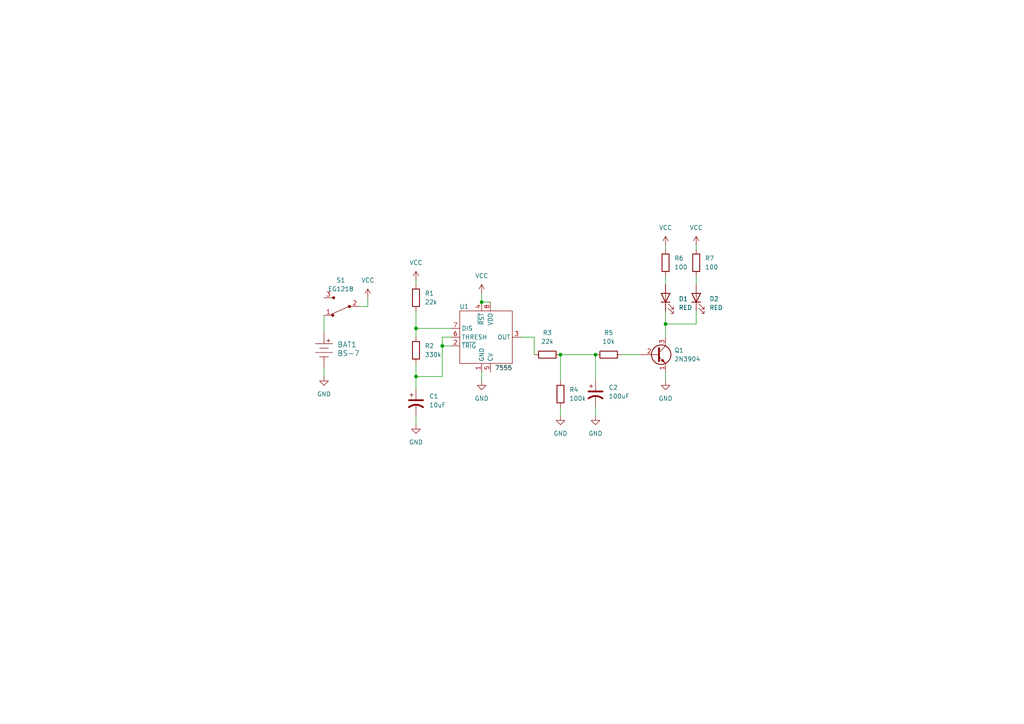
<source format=kicad_sch>
(kicad_sch (version 20230121) (generator eeschema)

  (uuid 69d6f9a4-69da-4dda-803e-cbbc47b77c59)

  (paper "A4")

  (title_block
    (title "555 Badge")
    (date "2023-12-07")
    (rev "v01")
    (comment 1 "creativecommons.org/licenses/by/4.0/")
    (comment 2 "License: CC by 4.0")
    (comment 3 "Author: Sreeram R")
  )

  (lib_symbols
    (symbol "7555IC:7555" (in_bom yes) (on_board yes)
      (property "Reference" "U" (at -6.35 8.89 0)
        (effects (font (size 1.27 1.27)))
      )
      (property "Value" "" (at 0 0 0)
        (effects (font (size 1.27 1.27)))
      )
      (property "Footprint" "" (at 0 0 0)
        (effects (font (size 1.27 1.27)) hide)
      )
      (property "Datasheet" "" (at 0 0 0)
        (effects (font (size 1.27 1.27)) hide)
      )
      (symbol "7555_0_1"
        (rectangle (start -7.62 7.62) (end 7.62 -7.62)
          (stroke (width 0) (type default))
          (fill (type none))
        )
      )
      (symbol "7555_1_1"
        (text "7555" (at 5.08 -8.89 0)
          (effects (font (size 1.27 1.27)))
        )
        (pin input line (at -1.27 -10.16 90) (length 2.54)
          (name "GND" (effects (font (size 1.27 1.27))))
          (number "1" (effects (font (size 1.27 1.27))))
        )
        (pin input line (at -10.16 -2.54 0) (length 2.54)
          (name "~{TRIG}" (effects (font (size 1.27 1.27))))
          (number "2" (effects (font (size 1.27 1.27))))
        )
        (pin input line (at 10.16 0 180) (length 2.54)
          (name "OUT" (effects (font (size 1.27 1.27))))
          (number "3" (effects (font (size 1.27 1.27))))
        )
        (pin input line (at -1.27 10.16 270) (length 2.54)
          (name "~{RST}" (effects (font (size 1.27 1.27))))
          (number "4" (effects (font (size 1.27 1.27))))
        )
        (pin input line (at 1.27 -10.16 90) (length 2.54)
          (name "CV" (effects (font (size 1.27 1.27))))
          (number "5" (effects (font (size 1.27 1.27))))
        )
        (pin input line (at -10.16 0 0) (length 2.54)
          (name "THRESH" (effects (font (size 1.27 1.27))))
          (number "6" (effects (font (size 1.27 1.27))))
        )
        (pin input line (at -10.16 2.54 0) (length 2.54)
          (name "DIS" (effects (font (size 1.27 1.27))))
          (number "7" (effects (font (size 1.27 1.27))))
        )
        (pin input line (at 1.27 10.16 270) (length 2.54)
          (name "VDD" (effects (font (size 1.27 1.27))))
          (number "8" (effects (font (size 1.27 1.27))))
        )
      )
    )
    (symbol "Device:C_Polarized_US" (pin_numbers hide) (pin_names (offset 0.254) hide) (in_bom yes) (on_board yes)
      (property "Reference" "C" (at 0.635 2.54 0)
        (effects (font (size 1.27 1.27)) (justify left))
      )
      (property "Value" "C_Polarized_US" (at 0.635 -2.54 0)
        (effects (font (size 1.27 1.27)) (justify left))
      )
      (property "Footprint" "" (at 0 0 0)
        (effects (font (size 1.27 1.27)) hide)
      )
      (property "Datasheet" "~" (at 0 0 0)
        (effects (font (size 1.27 1.27)) hide)
      )
      (property "ki_keywords" "cap capacitor" (at 0 0 0)
        (effects (font (size 1.27 1.27)) hide)
      )
      (property "ki_description" "Polarized capacitor, US symbol" (at 0 0 0)
        (effects (font (size 1.27 1.27)) hide)
      )
      (property "ki_fp_filters" "CP_*" (at 0 0 0)
        (effects (font (size 1.27 1.27)) hide)
      )
      (symbol "C_Polarized_US_0_1"
        (polyline
          (pts
            (xy -2.032 0.762)
            (xy 2.032 0.762)
          )
          (stroke (width 0.508) (type default))
          (fill (type none))
        )
        (polyline
          (pts
            (xy -1.778 2.286)
            (xy -0.762 2.286)
          )
          (stroke (width 0) (type default))
          (fill (type none))
        )
        (polyline
          (pts
            (xy -1.27 1.778)
            (xy -1.27 2.794)
          )
          (stroke (width 0) (type default))
          (fill (type none))
        )
        (arc (start 2.032 -1.27) (mid 0 -0.5572) (end -2.032 -1.27)
          (stroke (width 0.508) (type default))
          (fill (type none))
        )
      )
      (symbol "C_Polarized_US_1_1"
        (pin passive line (at 0 3.81 270) (length 2.794)
          (name "~" (effects (font (size 1.27 1.27))))
          (number "1" (effects (font (size 1.27 1.27))))
        )
        (pin passive line (at 0 -3.81 90) (length 3.302)
          (name "~" (effects (font (size 1.27 1.27))))
          (number "2" (effects (font (size 1.27 1.27))))
        )
      )
    )
    (symbol "Device:LED" (pin_numbers hide) (pin_names (offset 1.016) hide) (in_bom yes) (on_board yes)
      (property "Reference" "D" (at 0 2.54 0)
        (effects (font (size 1.27 1.27)))
      )
      (property "Value" "LED" (at 0 -2.54 0)
        (effects (font (size 1.27 1.27)))
      )
      (property "Footprint" "" (at 0 0 0)
        (effects (font (size 1.27 1.27)) hide)
      )
      (property "Datasheet" "~" (at 0 0 0)
        (effects (font (size 1.27 1.27)) hide)
      )
      (property "ki_keywords" "LED diode" (at 0 0 0)
        (effects (font (size 1.27 1.27)) hide)
      )
      (property "ki_description" "Light emitting diode" (at 0 0 0)
        (effects (font (size 1.27 1.27)) hide)
      )
      (property "ki_fp_filters" "LED* LED_SMD:* LED_THT:*" (at 0 0 0)
        (effects (font (size 1.27 1.27)) hide)
      )
      (symbol "LED_0_1"
        (polyline
          (pts
            (xy -1.27 -1.27)
            (xy -1.27 1.27)
          )
          (stroke (width 0.254) (type default))
          (fill (type none))
        )
        (polyline
          (pts
            (xy -1.27 0)
            (xy 1.27 0)
          )
          (stroke (width 0) (type default))
          (fill (type none))
        )
        (polyline
          (pts
            (xy 1.27 -1.27)
            (xy 1.27 1.27)
            (xy -1.27 0)
            (xy 1.27 -1.27)
          )
          (stroke (width 0.254) (type default))
          (fill (type none))
        )
        (polyline
          (pts
            (xy -3.048 -0.762)
            (xy -4.572 -2.286)
            (xy -3.81 -2.286)
            (xy -4.572 -2.286)
            (xy -4.572 -1.524)
          )
          (stroke (width 0) (type default))
          (fill (type none))
        )
        (polyline
          (pts
            (xy -1.778 -0.762)
            (xy -3.302 -2.286)
            (xy -2.54 -2.286)
            (xy -3.302 -2.286)
            (xy -3.302 -1.524)
          )
          (stroke (width 0) (type default))
          (fill (type none))
        )
      )
      (symbol "LED_1_1"
        (pin passive line (at -3.81 0 0) (length 2.54)
          (name "K" (effects (font (size 1.27 1.27))))
          (number "1" (effects (font (size 1.27 1.27))))
        )
        (pin passive line (at 3.81 0 180) (length 2.54)
          (name "A" (effects (font (size 1.27 1.27))))
          (number "2" (effects (font (size 1.27 1.27))))
        )
      )
    )
    (symbol "Device:R" (pin_numbers hide) (pin_names (offset 0)) (in_bom yes) (on_board yes)
      (property "Reference" "R" (at 2.032 0 90)
        (effects (font (size 1.27 1.27)))
      )
      (property "Value" "R" (at 0 0 90)
        (effects (font (size 1.27 1.27)))
      )
      (property "Footprint" "" (at -1.778 0 90)
        (effects (font (size 1.27 1.27)) hide)
      )
      (property "Datasheet" "~" (at 0 0 0)
        (effects (font (size 1.27 1.27)) hide)
      )
      (property "ki_keywords" "R res resistor" (at 0 0 0)
        (effects (font (size 1.27 1.27)) hide)
      )
      (property "ki_description" "Resistor" (at 0 0 0)
        (effects (font (size 1.27 1.27)) hide)
      )
      (property "ki_fp_filters" "R_*" (at 0 0 0)
        (effects (font (size 1.27 1.27)) hide)
      )
      (symbol "R_0_1"
        (rectangle (start -1.016 -2.54) (end 1.016 2.54)
          (stroke (width 0.254) (type default))
          (fill (type none))
        )
      )
      (symbol "R_1_1"
        (pin passive line (at 0 3.81 270) (length 1.27)
          (name "~" (effects (font (size 1.27 1.27))))
          (number "1" (effects (font (size 1.27 1.27))))
        )
        (pin passive line (at 0 -3.81 90) (length 1.27)
          (name "~" (effects (font (size 1.27 1.27))))
          (number "2" (effects (font (size 1.27 1.27))))
        )
      )
    )
    (symbol "Transistor_BJT:2N3904" (pin_names (offset 0) hide) (in_bom yes) (on_board yes)
      (property "Reference" "Q" (at 5.08 1.905 0)
        (effects (font (size 1.27 1.27)) (justify left))
      )
      (property "Value" "2N3904" (at 5.08 0 0)
        (effects (font (size 1.27 1.27)) (justify left))
      )
      (property "Footprint" "Package_TO_SOT_THT:TO-92_Inline" (at 5.08 -1.905 0)
        (effects (font (size 1.27 1.27) italic) (justify left) hide)
      )
      (property "Datasheet" "https://www.onsemi.com/pub/Collateral/2N3903-D.PDF" (at 0 0 0)
        (effects (font (size 1.27 1.27)) (justify left) hide)
      )
      (property "ki_keywords" "NPN Transistor" (at 0 0 0)
        (effects (font (size 1.27 1.27)) hide)
      )
      (property "ki_description" "0.2A Ic, 40V Vce, Small Signal NPN Transistor, TO-92" (at 0 0 0)
        (effects (font (size 1.27 1.27)) hide)
      )
      (property "ki_fp_filters" "TO?92*" (at 0 0 0)
        (effects (font (size 1.27 1.27)) hide)
      )
      (symbol "2N3904_0_1"
        (polyline
          (pts
            (xy 0.635 0.635)
            (xy 2.54 2.54)
          )
          (stroke (width 0) (type default))
          (fill (type none))
        )
        (polyline
          (pts
            (xy 0.635 -0.635)
            (xy 2.54 -2.54)
            (xy 2.54 -2.54)
          )
          (stroke (width 0) (type default))
          (fill (type none))
        )
        (polyline
          (pts
            (xy 0.635 1.905)
            (xy 0.635 -1.905)
            (xy 0.635 -1.905)
          )
          (stroke (width 0.508) (type default))
          (fill (type none))
        )
        (polyline
          (pts
            (xy 1.27 -1.778)
            (xy 1.778 -1.27)
            (xy 2.286 -2.286)
            (xy 1.27 -1.778)
            (xy 1.27 -1.778)
          )
          (stroke (width 0) (type default))
          (fill (type outline))
        )
        (circle (center 1.27 0) (radius 2.8194)
          (stroke (width 0.254) (type default))
          (fill (type none))
        )
      )
      (symbol "2N3904_1_1"
        (pin passive line (at 2.54 -5.08 90) (length 2.54)
          (name "E" (effects (font (size 1.27 1.27))))
          (number "1" (effects (font (size 1.27 1.27))))
        )
        (pin passive line (at -5.08 0 0) (length 5.715)
          (name "B" (effects (font (size 1.27 1.27))))
          (number "2" (effects (font (size 1.27 1.27))))
        )
        (pin passive line (at 2.54 5.08 270) (length 2.54)
          (name "C" (effects (font (size 1.27 1.27))))
          (number "3" (effects (font (size 1.27 1.27))))
        )
      )
    )
    (symbol "dk_Battery-Holders-Clips-Contacts:BS-7" (pin_numbers hide) (pin_names (offset 1.016)) (in_bom yes) (on_board yes)
      (property "Reference" "BAT" (at -1.27 3.81 0)
        (effects (font (size 1.524 1.524)) (justify right))
      )
      (property "Value" "BS-7" (at -1.27 -3.81 0)
        (effects (font (size 1.524 1.524)) (justify right))
      )
      (property "Footprint" "digikey-footprints:Battery_Holder_Coin_2032_BS-7" (at 5.08 5.08 0)
        (effects (font (size 1.524 1.524)) (justify left) hide)
      )
      (property "Datasheet" "http://www.memoryprotectiondevices.com/datasheets/BS-7-datasheet.pdf" (at 5.08 7.62 90)
        (effects (font (size 1.524 1.524)) (justify left) hide)
      )
      (property "Digi-Key_PN" "BS-7-ND" (at 5.08 10.16 0)
        (effects (font (size 1.524 1.524)) (justify left) hide)
      )
      (property "MPN" "BS-7" (at 5.08 12.7 0)
        (effects (font (size 1.524 1.524)) (justify left) hide)
      )
      (property "Category" "Battery Products" (at 5.08 15.24 0)
        (effects (font (size 1.524 1.524)) (justify left) hide)
      )
      (property "Family" "Battery Holders, Clips, Contacts" (at 5.08 17.78 0)
        (effects (font (size 1.524 1.524)) (justify left) hide)
      )
      (property "DK_Datasheet_Link" "http://www.memoryprotectiondevices.com/datasheets/BS-7-datasheet.pdf" (at 5.08 20.32 0)
        (effects (font (size 1.524 1.524)) (justify left) hide)
      )
      (property "DK_Detail_Page" "/product-detail/en/mpd-memory-protection-devices/BS-7/BS-7-ND/389447" (at 5.08 22.86 0)
        (effects (font (size 1.524 1.524)) (justify left) hide)
      )
      (property "Description" "BATTERY HOLDER COIN 20MM PC PIN" (at 5.08 25.4 0)
        (effects (font (size 1.524 1.524)) (justify left) hide)
      )
      (property "Manufacturer" "MPD (Memory Protection Devices)" (at 5.08 27.94 0)
        (effects (font (size 1.524 1.524)) (justify left) hide)
      )
      (property "Status" "Active" (at 5.08 30.48 0)
        (effects (font (size 1.524 1.524)) (justify left) hide)
      )
      (property "ki_keywords" "BS-7-ND" (at 0 0 0)
        (effects (font (size 1.27 1.27)) hide)
      )
      (property "ki_description" "BATTERY HOLDER COIN 20MM PC PIN" (at 0 0 0)
        (effects (font (size 1.27 1.27)) hide)
      )
      (symbol "BS-7_1_1"
        (polyline
          (pts
            (xy 0 -2.54)
            (xy 0 -1.905)
          )
          (stroke (width 0) (type solid))
          (fill (type none))
        )
        (polyline
          (pts
            (xy 0 1.905)
            (xy 0 2.54)
          )
          (stroke (width 0) (type solid))
          (fill (type none))
        )
        (polyline
          (pts
            (xy 1.27 -1.905)
            (xy -1.27 -1.905)
          )
          (stroke (width 0) (type solid))
          (fill (type none))
        )
        (polyline
          (pts
            (xy 1.27 0.635)
            (xy -1.27 0.635)
          )
          (stroke (width 0) (type solid))
          (fill (type none))
        )
        (polyline
          (pts
            (xy 1.27 2.286)
            (xy 1.27 3.302)
          )
          (stroke (width 0) (type solid))
          (fill (type none))
        )
        (polyline
          (pts
            (xy 1.778 2.794)
            (xy 0.762 2.794)
          )
          (stroke (width 0) (type solid))
          (fill (type none))
        )
        (polyline
          (pts
            (xy 2.54 -0.635)
            (xy -2.54 -0.635)
          )
          (stroke (width 0) (type solid))
          (fill (type none))
        )
        (polyline
          (pts
            (xy 2.54 1.905)
            (xy -2.54 1.905)
          )
          (stroke (width 0) (type solid))
          (fill (type none))
        )
        (pin power_out line (at 0 -5.08 90) (length 2.54)
          (name "~" (effects (font (size 1.27 1.27))))
          (number "Neg" (effects (font (size 1.27 1.27))))
        )
        (pin power_out line (at 0 5.08 270) (length 2.54)
          (name "~" (effects (font (size 1.27 1.27))))
          (number "Pos" (effects (font (size 1.27 1.27))))
        )
      )
    )
    (symbol "dk_Slide-Switches:EG1218" (pin_names (offset 0)) (in_bom yes) (on_board yes)
      (property "Reference" "S" (at -3.81 2.286 0)
        (effects (font (size 1.27 1.27)))
      )
      (property "Value" "EG1218" (at 0 -5.334 0)
        (effects (font (size 1.27 1.27)))
      )
      (property "Footprint" "digikey-footprints:Switch_Slide_11.6x4mm_EG1218" (at 5.08 5.08 0)
        (effects (font (size 1.27 1.27)) (justify left) hide)
      )
      (property "Datasheet" "http://spec_sheets.e-switch.com/specs/P040040.pdf" (at 5.08 7.62 0)
        (effects (font (size 1.524 1.524)) (justify left) hide)
      )
      (property "Digi-Key_PN" "EG1903-ND" (at 5.08 10.16 0)
        (effects (font (size 1.524 1.524)) (justify left) hide)
      )
      (property "MPN" "EG1218" (at 5.08 12.7 0)
        (effects (font (size 1.524 1.524)) (justify left) hide)
      )
      (property "Category" "Switches" (at 5.08 15.24 0)
        (effects (font (size 1.524 1.524)) (justify left) hide)
      )
      (property "Family" "Slide Switches" (at 5.08 17.78 0)
        (effects (font (size 1.524 1.524)) (justify left) hide)
      )
      (property "DK_Datasheet_Link" "http://spec_sheets.e-switch.com/specs/P040040.pdf" (at 5.08 20.32 0)
        (effects (font (size 1.524 1.524)) (justify left) hide)
      )
      (property "DK_Detail_Page" "/product-detail/en/e-switch/EG1218/EG1903-ND/101726" (at 5.08 22.86 0)
        (effects (font (size 1.524 1.524)) (justify left) hide)
      )
      (property "Description" "SWITCH SLIDE SPDT 200MA 30V" (at 5.08 25.4 0)
        (effects (font (size 1.524 1.524)) (justify left) hide)
      )
      (property "Manufacturer" "E-Switch" (at 5.08 27.94 0)
        (effects (font (size 1.524 1.524)) (justify left) hide)
      )
      (property "Status" "Active" (at 5.08 30.48 0)
        (effects (font (size 1.524 1.524)) (justify left) hide)
      )
      (property "ki_keywords" "EG1903-ND EG" (at 0 0 0)
        (effects (font (size 1.27 1.27)) hide)
      )
      (property "ki_description" "SWITCH SLIDE SPDT 200MA 30V" (at 0 0 0)
        (effects (font (size 1.27 1.27)) hide)
      )
      (symbol "EG1218_0_1"
        (circle (center -2.286 0) (radius 0.3556)
          (stroke (width 0) (type solid))
          (fill (type outline))
        )
        (polyline
          (pts
            (xy -2.032 0)
            (xy 3.048 2.286)
          )
          (stroke (width 0) (type solid))
          (fill (type none))
        )
        (circle (center 2.286 -2.54) (radius 0.3556)
          (stroke (width 0) (type solid))
          (fill (type outline))
        )
        (circle (center 2.54 2.54) (radius 0.3556)
          (stroke (width 0) (type solid))
          (fill (type outline))
        )
      )
      (symbol "EG1218_1_1"
        (pin passive line (at 5.08 2.54 180) (length 2.54)
          (name "~" (effects (font (size 1.27 1.27))))
          (number "1" (effects (font (size 1.27 1.27))))
        )
        (pin passive line (at -5.08 0 0) (length 2.54)
          (name "~" (effects (font (size 1.27 1.27))))
          (number "2" (effects (font (size 1.27 1.27))))
        )
        (pin passive line (at 5.08 -2.54 180) (length 2.54)
          (name "~" (effects (font (size 1.27 1.27))))
          (number "3" (effects (font (size 1.27 1.27))))
        )
      )
    )
    (symbol "power:GND" (power) (pin_names (offset 0)) (in_bom yes) (on_board yes)
      (property "Reference" "#PWR" (at 0 -6.35 0)
        (effects (font (size 1.27 1.27)) hide)
      )
      (property "Value" "GND" (at 0 -3.81 0)
        (effects (font (size 1.27 1.27)))
      )
      (property "Footprint" "" (at 0 0 0)
        (effects (font (size 1.27 1.27)) hide)
      )
      (property "Datasheet" "" (at 0 0 0)
        (effects (font (size 1.27 1.27)) hide)
      )
      (property "ki_keywords" "global power" (at 0 0 0)
        (effects (font (size 1.27 1.27)) hide)
      )
      (property "ki_description" "Power symbol creates a global label with name \"GND\" , ground" (at 0 0 0)
        (effects (font (size 1.27 1.27)) hide)
      )
      (symbol "GND_0_1"
        (polyline
          (pts
            (xy 0 0)
            (xy 0 -1.27)
            (xy 1.27 -1.27)
            (xy 0 -2.54)
            (xy -1.27 -1.27)
            (xy 0 -1.27)
          )
          (stroke (width 0) (type default))
          (fill (type none))
        )
      )
      (symbol "GND_1_1"
        (pin power_in line (at 0 0 270) (length 0) hide
          (name "GND" (effects (font (size 1.27 1.27))))
          (number "1" (effects (font (size 1.27 1.27))))
        )
      )
    )
    (symbol "power:VCC" (power) (pin_names (offset 0)) (in_bom yes) (on_board yes)
      (property "Reference" "#PWR" (at 0 -3.81 0)
        (effects (font (size 1.27 1.27)) hide)
      )
      (property "Value" "VCC" (at 0 3.81 0)
        (effects (font (size 1.27 1.27)))
      )
      (property "Footprint" "" (at 0 0 0)
        (effects (font (size 1.27 1.27)) hide)
      )
      (property "Datasheet" "" (at 0 0 0)
        (effects (font (size 1.27 1.27)) hide)
      )
      (property "ki_keywords" "global power" (at 0 0 0)
        (effects (font (size 1.27 1.27)) hide)
      )
      (property "ki_description" "Power symbol creates a global label with name \"VCC\"" (at 0 0 0)
        (effects (font (size 1.27 1.27)) hide)
      )
      (symbol "VCC_0_1"
        (polyline
          (pts
            (xy -0.762 1.27)
            (xy 0 2.54)
          )
          (stroke (width 0) (type default))
          (fill (type none))
        )
        (polyline
          (pts
            (xy 0 0)
            (xy 0 2.54)
          )
          (stroke (width 0) (type default))
          (fill (type none))
        )
        (polyline
          (pts
            (xy 0 2.54)
            (xy 0.762 1.27)
          )
          (stroke (width 0) (type default))
          (fill (type none))
        )
      )
      (symbol "VCC_1_1"
        (pin power_in line (at 0 0 90) (length 0) hide
          (name "VCC" (effects (font (size 1.27 1.27))))
          (number "1" (effects (font (size 1.27 1.27))))
        )
      )
    )
  )

  (junction (at 139.7 87.63) (diameter 0) (color 0 0 0 0)
    (uuid 0d49a6f5-6f8e-4887-963a-bfb2289e388b)
  )
  (junction (at 172.72 102.87) (diameter 0) (color 0 0 0 0)
    (uuid 263a0719-77af-4b3b-a632-dd4eaa333263)
  )
  (junction (at 193.04 93.98) (diameter 0) (color 0 0 0 0)
    (uuid 306dba5e-9aee-41f0-b7e7-6b4688d0c654)
  )
  (junction (at 162.56 102.87) (diameter 0) (color 0 0 0 0)
    (uuid 5bd2ec99-d885-4e77-8757-0991b0730e03)
  )
  (junction (at 120.65 109.22) (diameter 0) (color 0 0 0 0)
    (uuid 72ee5e98-8a3b-4720-9863-a0d6fb86b1b2)
  )
  (junction (at 128.27 100.33) (diameter 0) (color 0 0 0 0)
    (uuid 75e11a1a-913e-404f-a086-2ff3ef5b4c15)
  )
  (junction (at 120.65 95.25) (diameter 0) (color 0 0 0 0)
    (uuid ab8aed78-7f10-4135-928d-61b3afecc6c8)
  )

  (wire (pts (xy 162.56 102.87) (xy 172.72 102.87))
    (stroke (width 0) (type default))
    (uuid 01fb0bf2-3486-4f07-a483-3c324c3ff59a)
  )
  (wire (pts (xy 120.65 90.17) (xy 120.65 95.25))
    (stroke (width 0) (type default))
    (uuid 0e382e87-1a4b-4e44-b734-e0f0b23a8473)
  )
  (wire (pts (xy 128.27 109.22) (xy 120.65 109.22))
    (stroke (width 0) (type default))
    (uuid 0ee2eabb-3c86-4f4f-b8cf-ef4688fb3a48)
  )
  (wire (pts (xy 193.04 71.12) (xy 193.04 72.39))
    (stroke (width 0) (type default))
    (uuid 19474274-050a-4f4f-9db6-a0e05ed20d12)
  )
  (wire (pts (xy 120.65 120.65) (xy 120.65 123.19))
    (stroke (width 0) (type default))
    (uuid 279245d7-f57e-4524-8864-1c400137cedc)
  )
  (wire (pts (xy 106.68 86.36) (xy 106.68 88.9))
    (stroke (width 0) (type default))
    (uuid 2828c0a6-162d-4adb-95f5-8abd3c5594ed)
  )
  (wire (pts (xy 201.93 80.01) (xy 201.93 82.55))
    (stroke (width 0) (type default))
    (uuid 33f97be9-7783-4085-8ee2-10a6590851e7)
  )
  (wire (pts (xy 93.98 106.68) (xy 93.98 109.22))
    (stroke (width 0) (type default))
    (uuid 368b4bed-5d57-483a-b7db-06a99f827b83)
  )
  (wire (pts (xy 154.94 97.79) (xy 154.94 102.87))
    (stroke (width 0) (type default))
    (uuid 3b4f6f2c-76be-4b9b-ab32-6040e2a63360)
  )
  (wire (pts (xy 201.93 93.98) (xy 193.04 93.98))
    (stroke (width 0) (type default))
    (uuid 4b190111-736d-474d-b506-1775d38496df)
  )
  (wire (pts (xy 193.04 80.01) (xy 193.04 82.55))
    (stroke (width 0) (type default))
    (uuid 4db8b4ae-5c42-42fc-b31c-873c6bb3ecf8)
  )
  (wire (pts (xy 151.13 97.79) (xy 154.94 97.79))
    (stroke (width 0) (type default))
    (uuid 5586460d-08d6-42ca-b0cf-66d3a26e1985)
  )
  (wire (pts (xy 139.7 107.95) (xy 139.7 110.49))
    (stroke (width 0) (type default))
    (uuid 56dfe257-46cb-4e9c-906d-395565df11da)
  )
  (wire (pts (xy 201.93 71.12) (xy 201.93 72.39))
    (stroke (width 0) (type default))
    (uuid 63b4119f-5c4f-4940-8c90-128ec23c407d)
  )
  (wire (pts (xy 120.65 81.28) (xy 120.65 82.55))
    (stroke (width 0) (type default))
    (uuid 63fd39a0-33c8-499d-a21a-4c0eadff514a)
  )
  (wire (pts (xy 180.34 102.87) (xy 185.42 102.87))
    (stroke (width 0) (type default))
    (uuid 74b91f8d-a849-4e5d-bb43-e7303645ff8b)
  )
  (wire (pts (xy 104.14 88.9) (xy 106.68 88.9))
    (stroke (width 0) (type default))
    (uuid 7a7cd4b5-d9cb-4011-9e2b-492744280993)
  )
  (wire (pts (xy 128.27 100.33) (xy 128.27 109.22))
    (stroke (width 0) (type default))
    (uuid 7c8c9578-ecd5-479c-a3a0-8c42e29635d0)
  )
  (wire (pts (xy 93.98 91.44) (xy 93.98 96.52))
    (stroke (width 0) (type default))
    (uuid 7d8db998-7334-42a0-8e1b-d4b04300d669)
  )
  (wire (pts (xy 128.27 100.33) (xy 130.81 100.33))
    (stroke (width 0) (type default))
    (uuid 80896ddd-83e2-4e74-9523-2cd4bcc10f7d)
  )
  (wire (pts (xy 193.04 107.95) (xy 193.04 110.49))
    (stroke (width 0) (type default))
    (uuid 80e98184-300d-42c9-9abd-c1f3ff44f262)
  )
  (wire (pts (xy 120.65 95.25) (xy 120.65 97.79))
    (stroke (width 0) (type default))
    (uuid 857900ae-88ce-4cd9-b5a7-00581a04803d)
  )
  (wire (pts (xy 139.7 85.09) (xy 139.7 87.63))
    (stroke (width 0) (type default))
    (uuid 9dc15656-4971-4c46-a081-f1500ee108bd)
  )
  (wire (pts (xy 193.04 90.17) (xy 193.04 93.98))
    (stroke (width 0) (type default))
    (uuid ab07785e-11ee-4eef-8d08-3ebefd19c47e)
  )
  (wire (pts (xy 128.27 97.79) (xy 128.27 100.33))
    (stroke (width 0) (type default))
    (uuid ae946556-f838-4d12-98a0-8868bd1e7696)
  )
  (wire (pts (xy 139.7 87.63) (xy 142.24 87.63))
    (stroke (width 0) (type default))
    (uuid af117159-8f72-4454-9bed-89e1979134ba)
  )
  (wire (pts (xy 128.27 97.79) (xy 130.81 97.79))
    (stroke (width 0) (type default))
    (uuid b30de11e-665a-426e-83fb-e6f2afcf02b5)
  )
  (wire (pts (xy 120.65 109.22) (xy 120.65 113.03))
    (stroke (width 0) (type default))
    (uuid c238446d-bbce-4151-9d03-a31452d55121)
  )
  (wire (pts (xy 162.56 118.11) (xy 162.56 120.65))
    (stroke (width 0) (type default))
    (uuid d114cdbe-94e8-4171-b935-3bce07180c8c)
  )
  (wire (pts (xy 120.65 105.41) (xy 120.65 109.22))
    (stroke (width 0) (type default))
    (uuid df2b39c5-9143-482d-8d02-71aa835e4ea4)
  )
  (wire (pts (xy 172.72 102.87) (xy 172.72 110.49))
    (stroke (width 0) (type default))
    (uuid e31db307-68d3-4ee8-95c1-a8d6ee04f80c)
  )
  (wire (pts (xy 201.93 90.17) (xy 201.93 93.98))
    (stroke (width 0) (type default))
    (uuid e556c4cc-46ee-42be-979e-4baf9875a841)
  )
  (wire (pts (xy 162.56 102.87) (xy 162.56 110.49))
    (stroke (width 0) (type default))
    (uuid e904a5b5-9abb-42d1-98ef-571376e2d2f5)
  )
  (wire (pts (xy 193.04 93.98) (xy 193.04 97.79))
    (stroke (width 0) (type default))
    (uuid f8ded977-5752-4341-bd72-8f838c58e8f1)
  )
  (wire (pts (xy 172.72 118.11) (xy 172.72 120.65))
    (stroke (width 0) (type default))
    (uuid ff133095-ba73-41a2-8019-ffb3d0831466)
  )
  (wire (pts (xy 120.65 95.25) (xy 130.81 95.25))
    (stroke (width 0) (type default))
    (uuid ff1736e5-5787-4872-bc15-bf87744bb025)
  )

  (symbol (lib_id "Device:C_Polarized_US") (at 172.72 114.3 0) (unit 1)
    (in_bom yes) (on_board yes) (dnp no) (fields_autoplaced)
    (uuid 04237d90-c3c0-4ca8-9d9e-e2856f9bc4f9)
    (property "Reference" "C2" (at 176.53 112.395 0)
      (effects (font (size 1.27 1.27)) (justify left))
    )
    (property "Value" "100uF" (at 176.53 114.935 0)
      (effects (font (size 1.27 1.27)) (justify left))
    )
    (property "Footprint" "Capacitor_THT:CP_Radial_D6.3mm_P2.50mm" (at 172.72 114.3 0)
      (effects (font (size 1.27 1.27)) hide)
    )
    (property "Datasheet" "~" (at 172.72 114.3 0)
      (effects (font (size 1.27 1.27)) hide)
    )
    (pin "2" (uuid 81bd247e-6b71-42a1-ab90-efe9d1cad96d))
    (pin "1" (uuid 1ee4b497-9343-43fd-bcb5-4317613a3b19))
    (instances
      (project "555Badge"
        (path "/69d6f9a4-69da-4dda-803e-cbbc47b77c59"
          (reference "C2") (unit 1)
        )
      )
    )
  )

  (symbol (lib_id "dk_Slide-Switches:EG1218") (at 99.06 88.9 180) (unit 1)
    (in_bom yes) (on_board yes) (dnp no) (fields_autoplaced)
    (uuid 05aed328-e592-449f-a693-45ffc6e7298a)
    (property "Reference" "S1" (at 98.8568 81.28 0)
      (effects (font (size 1.27 1.27)))
    )
    (property "Value" "EG1218" (at 98.8568 83.82 0)
      (effects (font (size 1.27 1.27)))
    )
    (property "Footprint" "digikey-footprints:Switch_Slide_11.6x4mm_EG1218" (at 93.98 93.98 0)
      (effects (font (size 1.27 1.27)) (justify left) hide)
    )
    (property "Datasheet" "http://spec_sheets.e-switch.com/specs/P040040.pdf" (at 93.98 96.52 0)
      (effects (font (size 1.524 1.524)) (justify left) hide)
    )
    (property "Digi-Key_PN" "EG1903-ND" (at 93.98 99.06 0)
      (effects (font (size 1.524 1.524)) (justify left) hide)
    )
    (property "MPN" "EG1218" (at 93.98 101.6 0)
      (effects (font (size 1.524 1.524)) (justify left) hide)
    )
    (property "Category" "Switches" (at 93.98 104.14 0)
      (effects (font (size 1.524 1.524)) (justify left) hide)
    )
    (property "Family" "Slide Switches" (at 93.98 106.68 0)
      (effects (font (size 1.524 1.524)) (justify left) hide)
    )
    (property "DK_Datasheet_Link" "http://spec_sheets.e-switch.com/specs/P040040.pdf" (at 93.98 109.22 0)
      (effects (font (size 1.524 1.524)) (justify left) hide)
    )
    (property "DK_Detail_Page" "/product-detail/en/e-switch/EG1218/EG1903-ND/101726" (at 93.98 111.76 0)
      (effects (font (size 1.524 1.524)) (justify left) hide)
    )
    (property "Description" "SWITCH SLIDE SPDT 200MA 30V" (at 93.98 114.3 0)
      (effects (font (size 1.524 1.524)) (justify left) hide)
    )
    (property "Manufacturer" "E-Switch" (at 93.98 116.84 0)
      (effects (font (size 1.524 1.524)) (justify left) hide)
    )
    (property "Status" "Active" (at 93.98 119.38 0)
      (effects (font (size 1.524 1.524)) (justify left) hide)
    )
    (pin "1" (uuid fa98f82c-1328-457f-a80e-549130cb2e99))
    (pin "3" (uuid de38ca8b-d520-4f8b-be14-965aeeda344d))
    (pin "2" (uuid b4261513-f5f0-4037-a6af-d99df147a6cf))
    (instances
      (project "555Badge"
        (path "/69d6f9a4-69da-4dda-803e-cbbc47b77c59"
          (reference "S1") (unit 1)
        )
      )
    )
  )

  (symbol (lib_id "Device:R") (at 193.04 76.2 0) (unit 1)
    (in_bom yes) (on_board yes) (dnp no) (fields_autoplaced)
    (uuid 1165c7e4-4ac7-43de-b6b2-84274f291873)
    (property "Reference" "R6" (at 195.58 74.93 0)
      (effects (font (size 1.27 1.27)) (justify left))
    )
    (property "Value" "100" (at 195.58 77.47 0)
      (effects (font (size 1.27 1.27)) (justify left))
    )
    (property "Footprint" "Resistor_THT:R_Axial_DIN0207_L6.3mm_D2.5mm_P7.62mm_Horizontal" (at 191.262 76.2 90)
      (effects (font (size 1.27 1.27)) hide)
    )
    (property "Datasheet" "~" (at 193.04 76.2 0)
      (effects (font (size 1.27 1.27)) hide)
    )
    (pin "1" (uuid f5e771a9-b859-4f50-90ac-b3f54b6da991))
    (pin "2" (uuid e5980c87-ff9c-4840-bfed-b2bf3427d662))
    (instances
      (project "555Badge"
        (path "/69d6f9a4-69da-4dda-803e-cbbc47b77c59"
          (reference "R6") (unit 1)
        )
      )
    )
  )

  (symbol (lib_id "power:GND") (at 162.56 120.65 0) (unit 1)
    (in_bom yes) (on_board yes) (dnp no) (fields_autoplaced)
    (uuid 16aa9716-03f8-4475-a390-4d9446fd8b6f)
    (property "Reference" "#PWR07" (at 162.56 127 0)
      (effects (font (size 1.27 1.27)) hide)
    )
    (property "Value" "GND" (at 162.56 125.73 0)
      (effects (font (size 1.27 1.27)))
    )
    (property "Footprint" "" (at 162.56 120.65 0)
      (effects (font (size 1.27 1.27)) hide)
    )
    (property "Datasheet" "" (at 162.56 120.65 0)
      (effects (font (size 1.27 1.27)) hide)
    )
    (pin "1" (uuid c80f87ec-4cf1-4d50-a3f2-1af55a7962b5))
    (instances
      (project "555Badge"
        (path "/69d6f9a4-69da-4dda-803e-cbbc47b77c59"
          (reference "#PWR07") (unit 1)
        )
      )
    )
  )

  (symbol (lib_id "power:VCC") (at 193.04 71.12 0) (unit 1)
    (in_bom yes) (on_board yes) (dnp no) (fields_autoplaced)
    (uuid 26b8f06b-e40f-4bf0-8e8e-a55daf896854)
    (property "Reference" "#PWR09" (at 193.04 74.93 0)
      (effects (font (size 1.27 1.27)) hide)
    )
    (property "Value" "VCC" (at 193.04 66.04 0)
      (effects (font (size 1.27 1.27)))
    )
    (property "Footprint" "" (at 193.04 71.12 0)
      (effects (font (size 1.27 1.27)) hide)
    )
    (property "Datasheet" "" (at 193.04 71.12 0)
      (effects (font (size 1.27 1.27)) hide)
    )
    (pin "1" (uuid 8c5b713c-e2dc-4761-b7cc-10cf859af85e))
    (instances
      (project "555Badge"
        (path "/69d6f9a4-69da-4dda-803e-cbbc47b77c59"
          (reference "#PWR09") (unit 1)
        )
      )
    )
  )

  (symbol (lib_id "power:GND") (at 172.72 120.65 0) (unit 1)
    (in_bom yes) (on_board yes) (dnp no) (fields_autoplaced)
    (uuid 2e10eebe-dde8-4eac-a123-56f2241eac39)
    (property "Reference" "#PWR08" (at 172.72 127 0)
      (effects (font (size 1.27 1.27)) hide)
    )
    (property "Value" "GND" (at 172.72 125.73 0)
      (effects (font (size 1.27 1.27)))
    )
    (property "Footprint" "" (at 172.72 120.65 0)
      (effects (font (size 1.27 1.27)) hide)
    )
    (property "Datasheet" "" (at 172.72 120.65 0)
      (effects (font (size 1.27 1.27)) hide)
    )
    (pin "1" (uuid e124945e-69ce-410d-8ae0-d501680c2f86))
    (instances
      (project "555Badge"
        (path "/69d6f9a4-69da-4dda-803e-cbbc47b77c59"
          (reference "#PWR08") (unit 1)
        )
      )
    )
  )

  (symbol (lib_id "Device:R") (at 158.75 102.87 90) (unit 1)
    (in_bom yes) (on_board yes) (dnp no) (fields_autoplaced)
    (uuid 32378aa7-4a8f-4a3b-acaf-a9df32cc54e6)
    (property "Reference" "R3" (at 158.75 96.52 90)
      (effects (font (size 1.27 1.27)))
    )
    (property "Value" "22k" (at 158.75 99.06 90)
      (effects (font (size 1.27 1.27)))
    )
    (property "Footprint" "Resistor_THT:R_Axial_DIN0207_L6.3mm_D2.5mm_P7.62mm_Horizontal" (at 158.75 104.648 90)
      (effects (font (size 1.27 1.27)) hide)
    )
    (property "Datasheet" "~" (at 158.75 102.87 0)
      (effects (font (size 1.27 1.27)) hide)
    )
    (pin "1" (uuid 68c0d736-449b-48c9-bb48-323f0c01b8d3))
    (pin "2" (uuid 1a8dce67-a92e-4353-ade3-a6cdd604d86f))
    (instances
      (project "555Badge"
        (path "/69d6f9a4-69da-4dda-803e-cbbc47b77c59"
          (reference "R3") (unit 1)
        )
      )
    )
  )

  (symbol (lib_id "power:GND") (at 120.65 123.19 0) (unit 1)
    (in_bom yes) (on_board yes) (dnp no) (fields_autoplaced)
    (uuid 32f16a62-8e77-4946-8771-8b5182d3f6c5)
    (property "Reference" "#PWR04" (at 120.65 129.54 0)
      (effects (font (size 1.27 1.27)) hide)
    )
    (property "Value" "GND" (at 120.65 128.27 0)
      (effects (font (size 1.27 1.27)))
    )
    (property "Footprint" "" (at 120.65 123.19 0)
      (effects (font (size 1.27 1.27)) hide)
    )
    (property "Datasheet" "" (at 120.65 123.19 0)
      (effects (font (size 1.27 1.27)) hide)
    )
    (pin "1" (uuid fecf816e-daa2-41fb-8ab0-acebb4bf3817))
    (instances
      (project "555Badge"
        (path "/69d6f9a4-69da-4dda-803e-cbbc47b77c59"
          (reference "#PWR04") (unit 1)
        )
      )
    )
  )

  (symbol (lib_id "power:GND") (at 193.04 110.49 0) (unit 1)
    (in_bom yes) (on_board yes) (dnp no) (fields_autoplaced)
    (uuid 3d8cb128-5464-4f04-8262-369900c5ad92)
    (property "Reference" "#PWR010" (at 193.04 116.84 0)
      (effects (font (size 1.27 1.27)) hide)
    )
    (property "Value" "GND" (at 193.04 115.57 0)
      (effects (font (size 1.27 1.27)))
    )
    (property "Footprint" "" (at 193.04 110.49 0)
      (effects (font (size 1.27 1.27)) hide)
    )
    (property "Datasheet" "" (at 193.04 110.49 0)
      (effects (font (size 1.27 1.27)) hide)
    )
    (pin "1" (uuid 2f3318d3-8362-4829-b33b-47648f0a6bf2))
    (instances
      (project "555Badge"
        (path "/69d6f9a4-69da-4dda-803e-cbbc47b77c59"
          (reference "#PWR010") (unit 1)
        )
      )
    )
  )

  (symbol (lib_id "Transistor_BJT:2N3904") (at 190.5 102.87 0) (unit 1)
    (in_bom yes) (on_board yes) (dnp no) (fields_autoplaced)
    (uuid 44e24931-a58c-47f4-abcb-f9b48a5e76de)
    (property "Reference" "Q1" (at 195.58 101.6 0)
      (effects (font (size 1.27 1.27)) (justify left))
    )
    (property "Value" "2N3904" (at 195.58 104.14 0)
      (effects (font (size 1.27 1.27)) (justify left))
    )
    (property "Footprint" "digikey-footprints:TO-92-3" (at 195.58 104.775 0)
      (effects (font (size 1.27 1.27) italic) (justify left) hide)
    )
    (property "Datasheet" "https://www.onsemi.com/pub/Collateral/2N3903-D.PDF" (at 190.5 102.87 0)
      (effects (font (size 1.27 1.27)) (justify left) hide)
    )
    (pin "2" (uuid 86324bda-34a5-442d-b71f-a95e7e920ebb))
    (pin "3" (uuid 4fe83108-271e-4d5f-8a07-da45f9083ef3))
    (pin "1" (uuid bb73ab28-16c1-442b-82e3-9f04f61e01bd))
    (instances
      (project "555Badge"
        (path "/69d6f9a4-69da-4dda-803e-cbbc47b77c59"
          (reference "Q1") (unit 1)
        )
      )
    )
  )

  (symbol (lib_id "Device:R") (at 120.65 86.36 0) (unit 1)
    (in_bom yes) (on_board yes) (dnp no)
    (uuid 49703a14-1c7c-4612-adff-2567321e45bf)
    (property "Reference" "R1" (at 123.19 85.09 0)
      (effects (font (size 1.27 1.27)) (justify left))
    )
    (property "Value" "22k" (at 123.19 87.63 0)
      (effects (font (size 1.27 1.27)) (justify left))
    )
    (property "Footprint" "Resistor_THT:R_Axial_DIN0207_L6.3mm_D2.5mm_P7.62mm_Horizontal" (at 118.872 86.36 90)
      (effects (font (size 1.27 1.27)) hide)
    )
    (property "Datasheet" "~" (at 120.65 86.36 0)
      (effects (font (size 1.27 1.27)) hide)
    )
    (pin "1" (uuid 3c19960d-c267-4c94-a4d8-3b2ceebf3a03))
    (pin "2" (uuid 75cdb8ee-d446-4b85-a34c-eeeb650c024a))
    (instances
      (project "555Badge"
        (path "/69d6f9a4-69da-4dda-803e-cbbc47b77c59"
          (reference "R1") (unit 1)
        )
      )
    )
  )

  (symbol (lib_id "Device:R") (at 162.56 114.3 0) (unit 1)
    (in_bom yes) (on_board yes) (dnp no) (fields_autoplaced)
    (uuid 498d87b5-fc40-46f4-9903-f70d4046fa39)
    (property "Reference" "R4" (at 165.1 113.03 0)
      (effects (font (size 1.27 1.27)) (justify left))
    )
    (property "Value" "100k" (at 165.1 115.57 0)
      (effects (font (size 1.27 1.27)) (justify left))
    )
    (property "Footprint" "Resistor_THT:R_Axial_DIN0207_L6.3mm_D2.5mm_P7.62mm_Horizontal" (at 160.782 114.3 90)
      (effects (font (size 1.27 1.27)) hide)
    )
    (property "Datasheet" "~" (at 162.56 114.3 0)
      (effects (font (size 1.27 1.27)) hide)
    )
    (pin "1" (uuid d22b4df2-8c5d-4a00-942d-0837363f6910))
    (pin "2" (uuid 7e5e5b3d-9f6e-48bf-833d-b8a2be18d735))
    (instances
      (project "555Badge"
        (path "/69d6f9a4-69da-4dda-803e-cbbc47b77c59"
          (reference "R4") (unit 1)
        )
      )
    )
  )

  (symbol (lib_id "power:VCC") (at 106.68 86.36 0) (unit 1)
    (in_bom yes) (on_board yes) (dnp no) (fields_autoplaced)
    (uuid 4e87c8ef-8f07-4648-b4b7-5d8a45413352)
    (property "Reference" "#PWR02" (at 106.68 90.17 0)
      (effects (font (size 1.27 1.27)) hide)
    )
    (property "Value" "VCC" (at 106.68 81.28 0)
      (effects (font (size 1.27 1.27)))
    )
    (property "Footprint" "" (at 106.68 86.36 0)
      (effects (font (size 1.27 1.27)) hide)
    )
    (property "Datasheet" "" (at 106.68 86.36 0)
      (effects (font (size 1.27 1.27)) hide)
    )
    (pin "1" (uuid 5d8e92fe-a945-484d-beb2-aa31e1e63bf6))
    (instances
      (project "555Badge"
        (path "/69d6f9a4-69da-4dda-803e-cbbc47b77c59"
          (reference "#PWR02") (unit 1)
        )
      )
    )
  )

  (symbol (lib_id "power:VCC") (at 201.93 71.12 0) (unit 1)
    (in_bom yes) (on_board yes) (dnp no) (fields_autoplaced)
    (uuid 5fd3ded6-0e3c-4ef2-9016-9eb9a1d43cb6)
    (property "Reference" "#PWR011" (at 201.93 74.93 0)
      (effects (font (size 1.27 1.27)) hide)
    )
    (property "Value" "VCC" (at 201.93 66.04 0)
      (effects (font (size 1.27 1.27)))
    )
    (property "Footprint" "" (at 201.93 71.12 0)
      (effects (font (size 1.27 1.27)) hide)
    )
    (property "Datasheet" "" (at 201.93 71.12 0)
      (effects (font (size 1.27 1.27)) hide)
    )
    (pin "1" (uuid 5dc0eb2a-b189-484a-b76b-bf4f1d202dff))
    (instances
      (project "555Badge"
        (path "/69d6f9a4-69da-4dda-803e-cbbc47b77c59"
          (reference "#PWR011") (unit 1)
        )
      )
    )
  )

  (symbol (lib_id "dk_Battery-Holders-Clips-Contacts:BS-7") (at 93.98 101.6 0) (unit 1)
    (in_bom yes) (on_board yes) (dnp no) (fields_autoplaced)
    (uuid 6def2ae9-762e-48e5-b594-5b18963b4ec5)
    (property "Reference" "BAT1" (at 97.79 99.949 0)
      (effects (font (size 1.524 1.524)) (justify left))
    )
    (property "Value" "BS-7" (at 97.79 102.489 0)
      (effects (font (size 1.524 1.524)) (justify left))
    )
    (property "Footprint" "digikey-footprints:Battery_Holder_Coin_2032_BS-7" (at 99.06 96.52 0)
      (effects (font (size 1.524 1.524)) (justify left) hide)
    )
    (property "Datasheet" "http://www.memoryprotectiondevices.com/datasheets/BS-7-datasheet.pdf" (at 99.06 93.98 90)
      (effects (font (size 1.524 1.524)) (justify left) hide)
    )
    (property "Digi-Key_PN" "BS-7-ND" (at 99.06 91.44 0)
      (effects (font (size 1.524 1.524)) (justify left) hide)
    )
    (property "MPN" "BS-7" (at 99.06 88.9 0)
      (effects (font (size 1.524 1.524)) (justify left) hide)
    )
    (property "Category" "Battery Products" (at 99.06 86.36 0)
      (effects (font (size 1.524 1.524)) (justify left) hide)
    )
    (property "Family" "Battery Holders, Clips, Contacts" (at 99.06 83.82 0)
      (effects (font (size 1.524 1.524)) (justify left) hide)
    )
    (property "DK_Datasheet_Link" "http://www.memoryprotectiondevices.com/datasheets/BS-7-datasheet.pdf" (at 99.06 81.28 0)
      (effects (font (size 1.524 1.524)) (justify left) hide)
    )
    (property "DK_Detail_Page" "/product-detail/en/mpd-memory-protection-devices/BS-7/BS-7-ND/389447" (at 99.06 78.74 0)
      (effects (font (size 1.524 1.524)) (justify left) hide)
    )
    (property "Description" "BATTERY HOLDER COIN 20MM PC PIN" (at 99.06 76.2 0)
      (effects (font (size 1.524 1.524)) (justify left) hide)
    )
    (property "Manufacturer" "MPD (Memory Protection Devices)" (at 99.06 73.66 0)
      (effects (font (size 1.524 1.524)) (justify left) hide)
    )
    (property "Status" "Active" (at 99.06 71.12 0)
      (effects (font (size 1.524 1.524)) (justify left) hide)
    )
    (pin "Pos" (uuid 43bdc231-4486-4c8a-9644-112f7d69106a))
    (pin "Neg" (uuid edb588dd-2f42-4d36-af88-3962b1cb1430))
    (instances
      (project "555Badge"
        (path "/69d6f9a4-69da-4dda-803e-cbbc47b77c59"
          (reference "BAT1") (unit 1)
        )
      )
    )
  )

  (symbol (lib_id "Device:R") (at 201.93 76.2 0) (unit 1)
    (in_bom yes) (on_board yes) (dnp no) (fields_autoplaced)
    (uuid 8b22c617-03f2-47d4-93eb-61aee7d323b1)
    (property "Reference" "R7" (at 204.47 74.93 0)
      (effects (font (size 1.27 1.27)) (justify left))
    )
    (property "Value" "100" (at 204.47 77.47 0)
      (effects (font (size 1.27 1.27)) (justify left))
    )
    (property "Footprint" "Resistor_THT:R_Axial_DIN0207_L6.3mm_D2.5mm_P7.62mm_Horizontal" (at 200.152 76.2 90)
      (effects (font (size 1.27 1.27)) hide)
    )
    (property "Datasheet" "~" (at 201.93 76.2 0)
      (effects (font (size 1.27 1.27)) hide)
    )
    (pin "2" (uuid 943236d4-0eb8-49cf-8cf9-c65c69705b85))
    (pin "1" (uuid ede73751-fb68-4c59-b487-2f3b13446408))
    (instances
      (project "555Badge"
        (path "/69d6f9a4-69da-4dda-803e-cbbc47b77c59"
          (reference "R7") (unit 1)
        )
      )
    )
  )

  (symbol (lib_id "power:VCC") (at 139.7 85.09 0) (unit 1)
    (in_bom yes) (on_board yes) (dnp no) (fields_autoplaced)
    (uuid 8c966032-9d37-431c-8cda-31d2f8a6f3ee)
    (property "Reference" "#PWR05" (at 139.7 88.9 0)
      (effects (font (size 1.27 1.27)) hide)
    )
    (property "Value" "VCC" (at 139.7 80.01 0)
      (effects (font (size 1.27 1.27)))
    )
    (property "Footprint" "" (at 139.7 85.09 0)
      (effects (font (size 1.27 1.27)) hide)
    )
    (property "Datasheet" "" (at 139.7 85.09 0)
      (effects (font (size 1.27 1.27)) hide)
    )
    (pin "1" (uuid b303939b-2c9a-4ccf-8d1e-88fa3e522e0d))
    (instances
      (project "555Badge"
        (path "/69d6f9a4-69da-4dda-803e-cbbc47b77c59"
          (reference "#PWR05") (unit 1)
        )
      )
    )
  )

  (symbol (lib_id "7555IC:7555") (at 140.97 97.79 0) (unit 1)
    (in_bom yes) (on_board yes) (dnp no)
    (uuid 94d6f48b-5935-4377-a672-12279dcebc93)
    (property "Reference" "U1" (at 134.62 88.9 0)
      (effects (font (size 1.27 1.27)))
    )
    (property "Value" "7555" (at 146.05 106.68 0)
      (effects (font (size 1.27 1.27)))
    )
    (property "Footprint" "555Badge:ICM7555-PDIP" (at 140.97 97.79 0)
      (effects (font (size 1.27 1.27)) hide)
    )
    (property "Datasheet" "" (at 140.97 97.79 0)
      (effects (font (size 1.27 1.27)) hide)
    )
    (pin "3" (uuid eea078d3-3ea0-40a4-820c-f2e06849c8dc))
    (pin "7" (uuid c77c1af1-cbee-4910-83bc-ef9a6ee5a2f4))
    (pin "8" (uuid 9212b743-170d-472c-9e48-0234af3841f7))
    (pin "5" (uuid b91f782e-74f7-486c-bd17-dccf1173c7a2))
    (pin "6" (uuid 5c4db094-4df1-4e34-bd1c-de3c20e8628c))
    (pin "4" (uuid 99355255-f549-43bf-a218-a4e3adea69ab))
    (pin "2" (uuid 23edab26-2169-4f85-91e5-1d077358bc26))
    (pin "1" (uuid 8af189c5-5b3e-4d52-b0c7-260f7daab892))
    (instances
      (project "555Badge"
        (path "/69d6f9a4-69da-4dda-803e-cbbc47b77c59"
          (reference "U1") (unit 1)
        )
      )
    )
  )

  (symbol (lib_id "power:VCC") (at 120.65 81.28 0) (unit 1)
    (in_bom yes) (on_board yes) (dnp no) (fields_autoplaced)
    (uuid 96d3f341-9729-4cad-9edc-b8c9f1896a7c)
    (property "Reference" "#PWR03" (at 120.65 85.09 0)
      (effects (font (size 1.27 1.27)) hide)
    )
    (property "Value" "VCC" (at 120.65 76.2 0)
      (effects (font (size 1.27 1.27)))
    )
    (property "Footprint" "" (at 120.65 81.28 0)
      (effects (font (size 1.27 1.27)) hide)
    )
    (property "Datasheet" "" (at 120.65 81.28 0)
      (effects (font (size 1.27 1.27)) hide)
    )
    (pin "1" (uuid 14a0bd1c-2a75-4a62-85a9-976c11979083))
    (instances
      (project "555Badge"
        (path "/69d6f9a4-69da-4dda-803e-cbbc47b77c59"
          (reference "#PWR03") (unit 1)
        )
      )
    )
  )

  (symbol (lib_id "Device:LED") (at 201.93 86.36 90) (unit 1)
    (in_bom yes) (on_board yes) (dnp no) (fields_autoplaced)
    (uuid b0aabd2f-c903-4226-81dc-a900e9f283fc)
    (property "Reference" "D2" (at 205.74 86.6775 90)
      (effects (font (size 1.27 1.27)) (justify right))
    )
    (property "Value" "RED" (at 205.74 89.2175 90)
      (effects (font (size 1.27 1.27)) (justify right))
    )
    (property "Footprint" "LED_THT:LED_D3.0mm" (at 201.93 86.36 0)
      (effects (font (size 1.27 1.27)) hide)
    )
    (property "Datasheet" "~" (at 201.93 86.36 0)
      (effects (font (size 1.27 1.27)) hide)
    )
    (pin "2" (uuid 06517ad8-5697-4633-950c-3686ed006dd6))
    (pin "1" (uuid 943846d4-f2d2-461b-969b-5160c131eb52))
    (instances
      (project "555Badge"
        (path "/69d6f9a4-69da-4dda-803e-cbbc47b77c59"
          (reference "D2") (unit 1)
        )
      )
    )
  )

  (symbol (lib_id "power:GND") (at 139.7 110.49 0) (unit 1)
    (in_bom yes) (on_board yes) (dnp no) (fields_autoplaced)
    (uuid bc0589b8-9239-4b83-83f6-f4d8d3c585c2)
    (property "Reference" "#PWR06" (at 139.7 116.84 0)
      (effects (font (size 1.27 1.27)) hide)
    )
    (property "Value" "GND" (at 139.7 115.57 0)
      (effects (font (size 1.27 1.27)))
    )
    (property "Footprint" "" (at 139.7 110.49 0)
      (effects (font (size 1.27 1.27)) hide)
    )
    (property "Datasheet" "" (at 139.7 110.49 0)
      (effects (font (size 1.27 1.27)) hide)
    )
    (pin "1" (uuid 941c12cc-a690-4bde-8590-ba2d9c58e99a))
    (instances
      (project "555Badge"
        (path "/69d6f9a4-69da-4dda-803e-cbbc47b77c59"
          (reference "#PWR06") (unit 1)
        )
      )
    )
  )

  (symbol (lib_id "power:GND") (at 93.98 109.22 0) (unit 1)
    (in_bom yes) (on_board yes) (dnp no) (fields_autoplaced)
    (uuid c455c5d1-8465-40d5-81cb-168810370773)
    (property "Reference" "#PWR01" (at 93.98 115.57 0)
      (effects (font (size 1.27 1.27)) hide)
    )
    (property "Value" "GND" (at 93.98 114.3 0)
      (effects (font (size 1.27 1.27)))
    )
    (property "Footprint" "" (at 93.98 109.22 0)
      (effects (font (size 1.27 1.27)) hide)
    )
    (property "Datasheet" "" (at 93.98 109.22 0)
      (effects (font (size 1.27 1.27)) hide)
    )
    (pin "1" (uuid 33d13ff5-2a58-4e3e-a989-180e788776ef))
    (instances
      (project "555Badge"
        (path "/69d6f9a4-69da-4dda-803e-cbbc47b77c59"
          (reference "#PWR01") (unit 1)
        )
      )
    )
  )

  (symbol (lib_id "Device:R") (at 176.53 102.87 90) (unit 1)
    (in_bom yes) (on_board yes) (dnp no) (fields_autoplaced)
    (uuid c99c4abd-474a-4802-9e25-c5a2625674e6)
    (property "Reference" "R5" (at 176.53 96.52 90)
      (effects (font (size 1.27 1.27)))
    )
    (property "Value" "10k" (at 176.53 99.06 90)
      (effects (font (size 1.27 1.27)))
    )
    (property "Footprint" "Resistor_THT:R_Axial_DIN0207_L6.3mm_D2.5mm_P7.62mm_Horizontal" (at 176.53 104.648 90)
      (effects (font (size 1.27 1.27)) hide)
    )
    (property "Datasheet" "~" (at 176.53 102.87 0)
      (effects (font (size 1.27 1.27)) hide)
    )
    (pin "2" (uuid e39c900b-1d8a-4d47-8432-ff5ad72fccdb))
    (pin "1" (uuid 9792b95b-9591-45c4-8d60-dbea5d5c2ef8))
    (instances
      (project "555Badge"
        (path "/69d6f9a4-69da-4dda-803e-cbbc47b77c59"
          (reference "R5") (unit 1)
        )
      )
    )
  )

  (symbol (lib_id "Device:R") (at 120.65 101.6 0) (unit 1)
    (in_bom yes) (on_board yes) (dnp no) (fields_autoplaced)
    (uuid d3a79872-b868-4f5c-be5d-6e073adeafa3)
    (property "Reference" "R2" (at 123.19 100.33 0)
      (effects (font (size 1.27 1.27)) (justify left))
    )
    (property "Value" "330k" (at 123.19 102.87 0)
      (effects (font (size 1.27 1.27)) (justify left))
    )
    (property "Footprint" "Resistor_THT:R_Axial_DIN0207_L6.3mm_D2.5mm_P7.62mm_Horizontal" (at 118.872 101.6 90)
      (effects (font (size 1.27 1.27)) hide)
    )
    (property "Datasheet" "~" (at 120.65 101.6 0)
      (effects (font (size 1.27 1.27)) hide)
    )
    (pin "1" (uuid 58cad99a-cd92-4e7a-8649-7214df1eb4ab))
    (pin "2" (uuid 4b0e889b-2bcc-4aac-82d9-8c416db3fd71))
    (instances
      (project "555Badge"
        (path "/69d6f9a4-69da-4dda-803e-cbbc47b77c59"
          (reference "R2") (unit 1)
        )
      )
    )
  )

  (symbol (lib_id "Device:C_Polarized_US") (at 120.65 116.84 0) (unit 1)
    (in_bom yes) (on_board yes) (dnp no) (fields_autoplaced)
    (uuid e77ba5d2-7a67-451e-ae46-3b645b11a30f)
    (property "Reference" "C1" (at 124.46 114.935 0)
      (effects (font (size 1.27 1.27)) (justify left))
    )
    (property "Value" "10uF" (at 124.46 117.475 0)
      (effects (font (size 1.27 1.27)) (justify left))
    )
    (property "Footprint" "Capacitor_THT:CP_Radial_D5.0mm_P2.00mm" (at 120.65 116.84 0)
      (effects (font (size 1.27 1.27)) hide)
    )
    (property "Datasheet" "~" (at 120.65 116.84 0)
      (effects (font (size 1.27 1.27)) hide)
    )
    (pin "1" (uuid 879f4e03-58ee-4f1c-966a-daecf9ddc13c))
    (pin "2" (uuid 947ed874-3341-472b-bf3f-2eba22ed285f))
    (instances
      (project "555Badge"
        (path "/69d6f9a4-69da-4dda-803e-cbbc47b77c59"
          (reference "C1") (unit 1)
        )
      )
    )
  )

  (symbol (lib_id "Device:LED") (at 193.04 86.36 90) (unit 1)
    (in_bom yes) (on_board yes) (dnp no) (fields_autoplaced)
    (uuid f8676a13-ac76-40cf-9a09-1c35502f55f5)
    (property "Reference" "D1" (at 196.85 86.6775 90)
      (effects (font (size 1.27 1.27)) (justify right))
    )
    (property "Value" "RED" (at 196.85 89.2175 90)
      (effects (font (size 1.27 1.27)) (justify right))
    )
    (property "Footprint" "LED_THT:LED_D3.0mm" (at 193.04 86.36 0)
      (effects (font (size 1.27 1.27)) hide)
    )
    (property "Datasheet" "~" (at 193.04 86.36 0)
      (effects (font (size 1.27 1.27)) hide)
    )
    (pin "2" (uuid 7d72ab2e-6f81-4f68-983d-31731316e5dc))
    (pin "1" (uuid 3f980526-a1a4-414e-afdb-6ff13448328c))
    (instances
      (project "555Badge"
        (path "/69d6f9a4-69da-4dda-803e-cbbc47b77c59"
          (reference "D1") (unit 1)
        )
      )
    )
  )

  (sheet_instances
    (path "/" (page "1"))
  )
)

</source>
